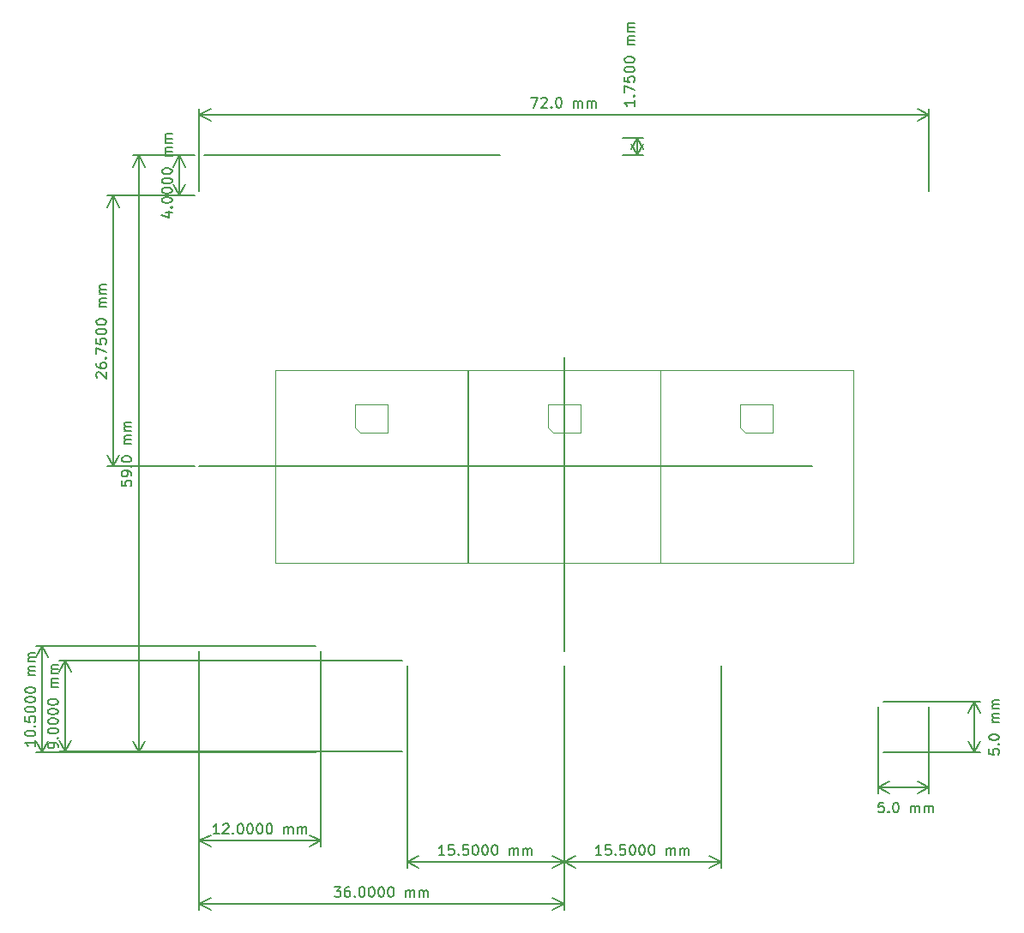
<source format=gbr>
%TF.GenerationSoftware,KiCad,Pcbnew,6.0.9+dfsg-1*%
%TF.CreationDate,2022-11-21T00:59:10-08:00*%
%TF.ProjectId,muon,6d756f6e-2e6b-4696-9361-645f70636258,v0.6*%
%TF.SameCoordinates,Original*%
%TF.FileFunction,OtherDrawing,Comment*%
%FSLAX45Y45*%
G04 Gerber Fmt 4.5, Leading zero omitted, Abs format (unit mm)*
G04 Created by KiCad (PCBNEW 6.0.9+dfsg-1) date 2022-11-21 00:59:10*
%MOMM*%
%LPD*%
G01*
G04 APERTURE LIST*
%ADD10C,0.200000*%
%ADD11C,0.150000*%
%ADD12C,0.120000*%
%ADD13C,0.100000*%
G04 APERTURE END LIST*
D10*
X15350000Y-7100000D02*
X15350000Y-10000000D01*
D11*
X14720000Y-5100000D02*
X11800000Y-5100000D01*
D10*
X11750000Y-8175000D02*
X17800000Y-8175000D01*
D11*
X19545238Y-10969048D02*
X19545238Y-11016667D01*
X19592857Y-11021429D01*
X19588095Y-11016667D01*
X19583333Y-11007143D01*
X19583333Y-10983333D01*
X19588095Y-10973810D01*
X19592857Y-10969048D01*
X19602381Y-10964286D01*
X19626190Y-10964286D01*
X19635714Y-10969048D01*
X19640476Y-10973810D01*
X19645238Y-10983333D01*
X19645238Y-11007143D01*
X19640476Y-11016667D01*
X19635714Y-11021429D01*
X19635714Y-10921429D02*
X19640476Y-10916667D01*
X19645238Y-10921429D01*
X19640476Y-10926190D01*
X19635714Y-10921429D01*
X19645238Y-10921429D01*
X19545238Y-10854762D02*
X19545238Y-10845238D01*
X19550000Y-10835714D01*
X19554762Y-10830952D01*
X19564286Y-10826190D01*
X19583333Y-10821429D01*
X19607143Y-10821429D01*
X19626190Y-10826190D01*
X19635714Y-10830952D01*
X19640476Y-10835714D01*
X19645238Y-10845238D01*
X19645238Y-10854762D01*
X19640476Y-10864286D01*
X19635714Y-10869048D01*
X19626190Y-10873810D01*
X19607143Y-10878571D01*
X19583333Y-10878571D01*
X19564286Y-10873810D01*
X19554762Y-10869048D01*
X19550000Y-10864286D01*
X19545238Y-10854762D01*
X19645238Y-10702381D02*
X19578571Y-10702381D01*
X19588095Y-10702381D02*
X19583333Y-10697619D01*
X19578571Y-10688095D01*
X19578571Y-10673810D01*
X19583333Y-10664286D01*
X19592857Y-10659524D01*
X19645238Y-10659524D01*
X19592857Y-10659524D02*
X19583333Y-10654762D01*
X19578571Y-10645238D01*
X19578571Y-10630952D01*
X19583333Y-10621429D01*
X19592857Y-10616667D01*
X19645238Y-10616667D01*
X19645238Y-10569048D02*
X19578571Y-10569048D01*
X19588095Y-10569048D02*
X19583333Y-10564286D01*
X19578571Y-10554762D01*
X19578571Y-10540476D01*
X19583333Y-10530952D01*
X19592857Y-10526190D01*
X19645238Y-10526190D01*
X19592857Y-10526190D02*
X19583333Y-10521429D01*
X19578571Y-10511905D01*
X19578571Y-10497619D01*
X19583333Y-10488095D01*
X19592857Y-10483333D01*
X19645238Y-10483333D01*
X18500000Y-10500000D02*
X19458642Y-10500000D01*
X18500000Y-11000000D02*
X19458642Y-11000000D01*
X19400000Y-10500000D02*
X19400000Y-11000000D01*
X19400000Y-10500000D02*
X19400000Y-11000000D01*
X19400000Y-10500000D02*
X19341358Y-10612650D01*
X19400000Y-10500000D02*
X19458642Y-10612650D01*
X19400000Y-11000000D02*
X19458642Y-10887350D01*
X19400000Y-11000000D02*
X19341358Y-10887350D01*
X10980238Y-8316667D02*
X10980238Y-8364286D01*
X11027857Y-8369048D01*
X11023095Y-8364286D01*
X11018333Y-8354762D01*
X11018333Y-8330952D01*
X11023095Y-8321428D01*
X11027857Y-8316667D01*
X11037381Y-8311905D01*
X11061191Y-8311905D01*
X11070714Y-8316667D01*
X11075476Y-8321428D01*
X11080238Y-8330952D01*
X11080238Y-8354762D01*
X11075476Y-8364286D01*
X11070714Y-8369048D01*
X11080238Y-8264286D02*
X11080238Y-8245238D01*
X11075476Y-8235714D01*
X11070714Y-8230952D01*
X11056429Y-8221428D01*
X11037381Y-8216667D01*
X10999286Y-8216667D01*
X10989762Y-8221428D01*
X10985000Y-8226190D01*
X10980238Y-8235714D01*
X10980238Y-8254762D01*
X10985000Y-8264286D01*
X10989762Y-8269048D01*
X10999286Y-8273809D01*
X11023095Y-8273809D01*
X11032619Y-8269048D01*
X11037381Y-8264286D01*
X11042143Y-8254762D01*
X11042143Y-8235714D01*
X11037381Y-8226190D01*
X11032619Y-8221428D01*
X11023095Y-8216667D01*
X11070714Y-8173809D02*
X11075476Y-8169048D01*
X11080238Y-8173809D01*
X11075476Y-8178571D01*
X11070714Y-8173809D01*
X11080238Y-8173809D01*
X10980238Y-8107143D02*
X10980238Y-8097619D01*
X10985000Y-8088095D01*
X10989762Y-8083333D01*
X10999286Y-8078571D01*
X11018333Y-8073809D01*
X11042143Y-8073809D01*
X11061191Y-8078571D01*
X11070714Y-8083333D01*
X11075476Y-8088095D01*
X11080238Y-8097619D01*
X11080238Y-8107143D01*
X11075476Y-8116667D01*
X11070714Y-8121428D01*
X11061191Y-8126190D01*
X11042143Y-8130952D01*
X11018333Y-8130952D01*
X10999286Y-8126190D01*
X10989762Y-8121428D01*
X10985000Y-8116667D01*
X10980238Y-8107143D01*
X11080238Y-7954762D02*
X11013572Y-7954762D01*
X11023095Y-7954762D02*
X11018333Y-7950000D01*
X11013572Y-7940476D01*
X11013572Y-7926190D01*
X11018333Y-7916667D01*
X11027857Y-7911905D01*
X11080238Y-7911905D01*
X11027857Y-7911905D02*
X11018333Y-7907143D01*
X11013572Y-7897619D01*
X11013572Y-7883333D01*
X11018333Y-7873809D01*
X11027857Y-7869048D01*
X11080238Y-7869048D01*
X11080238Y-7821428D02*
X11013572Y-7821428D01*
X11023095Y-7821428D02*
X11018333Y-7816667D01*
X11013572Y-7807143D01*
X11013572Y-7792857D01*
X11018333Y-7783333D01*
X11027857Y-7778571D01*
X11080238Y-7778571D01*
X11027857Y-7778571D02*
X11018333Y-7773809D01*
X11013572Y-7764286D01*
X11013572Y-7750000D01*
X11018333Y-7740476D01*
X11027857Y-7735714D01*
X11080238Y-7735714D01*
X11700000Y-5100000D02*
X11091358Y-5100000D01*
X11700000Y-11000000D02*
X11091358Y-11000000D01*
X11150000Y-5100000D02*
X11150000Y-11000000D01*
X11150000Y-5100000D02*
X11150000Y-11000000D01*
X11150000Y-5100000D02*
X11091358Y-5212650D01*
X11150000Y-5100000D02*
X11208642Y-5212650D01*
X11150000Y-11000000D02*
X11208642Y-10887350D01*
X11150000Y-11000000D02*
X11091358Y-10887350D01*
X13083333Y-12330238D02*
X13145238Y-12330238D01*
X13111905Y-12368333D01*
X13126190Y-12368333D01*
X13135714Y-12373095D01*
X13140476Y-12377857D01*
X13145238Y-12387381D01*
X13145238Y-12411190D01*
X13140476Y-12420714D01*
X13135714Y-12425476D01*
X13126190Y-12430238D01*
X13097619Y-12430238D01*
X13088095Y-12425476D01*
X13083333Y-12420714D01*
X13230952Y-12330238D02*
X13211905Y-12330238D01*
X13202381Y-12335000D01*
X13197619Y-12339762D01*
X13188095Y-12354048D01*
X13183333Y-12373095D01*
X13183333Y-12411190D01*
X13188095Y-12420714D01*
X13192857Y-12425476D01*
X13202381Y-12430238D01*
X13221428Y-12430238D01*
X13230952Y-12425476D01*
X13235714Y-12420714D01*
X13240476Y-12411190D01*
X13240476Y-12387381D01*
X13235714Y-12377857D01*
X13230952Y-12373095D01*
X13221428Y-12368333D01*
X13202381Y-12368333D01*
X13192857Y-12373095D01*
X13188095Y-12377857D01*
X13183333Y-12387381D01*
X13283333Y-12420714D02*
X13288095Y-12425476D01*
X13283333Y-12430238D01*
X13278571Y-12425476D01*
X13283333Y-12420714D01*
X13283333Y-12430238D01*
X13350000Y-12330238D02*
X13359524Y-12330238D01*
X13369048Y-12335000D01*
X13373809Y-12339762D01*
X13378571Y-12349286D01*
X13383333Y-12368333D01*
X13383333Y-12392143D01*
X13378571Y-12411190D01*
X13373809Y-12420714D01*
X13369048Y-12425476D01*
X13359524Y-12430238D01*
X13350000Y-12430238D01*
X13340476Y-12425476D01*
X13335714Y-12420714D01*
X13330952Y-12411190D01*
X13326190Y-12392143D01*
X13326190Y-12368333D01*
X13330952Y-12349286D01*
X13335714Y-12339762D01*
X13340476Y-12335000D01*
X13350000Y-12330238D01*
X13445238Y-12330238D02*
X13454762Y-12330238D01*
X13464286Y-12335000D01*
X13469048Y-12339762D01*
X13473809Y-12349286D01*
X13478571Y-12368333D01*
X13478571Y-12392143D01*
X13473809Y-12411190D01*
X13469048Y-12420714D01*
X13464286Y-12425476D01*
X13454762Y-12430238D01*
X13445238Y-12430238D01*
X13435714Y-12425476D01*
X13430952Y-12420714D01*
X13426190Y-12411190D01*
X13421428Y-12392143D01*
X13421428Y-12368333D01*
X13426190Y-12349286D01*
X13430952Y-12339762D01*
X13435714Y-12335000D01*
X13445238Y-12330238D01*
X13540476Y-12330238D02*
X13550000Y-12330238D01*
X13559524Y-12335000D01*
X13564286Y-12339762D01*
X13569048Y-12349286D01*
X13573809Y-12368333D01*
X13573809Y-12392143D01*
X13569048Y-12411190D01*
X13564286Y-12420714D01*
X13559524Y-12425476D01*
X13550000Y-12430238D01*
X13540476Y-12430238D01*
X13530952Y-12425476D01*
X13526190Y-12420714D01*
X13521428Y-12411190D01*
X13516667Y-12392143D01*
X13516667Y-12368333D01*
X13521428Y-12349286D01*
X13526190Y-12339762D01*
X13530952Y-12335000D01*
X13540476Y-12330238D01*
X13635714Y-12330238D02*
X13645238Y-12330238D01*
X13654762Y-12335000D01*
X13659524Y-12339762D01*
X13664286Y-12349286D01*
X13669048Y-12368333D01*
X13669048Y-12392143D01*
X13664286Y-12411190D01*
X13659524Y-12420714D01*
X13654762Y-12425476D01*
X13645238Y-12430238D01*
X13635714Y-12430238D01*
X13626190Y-12425476D01*
X13621428Y-12420714D01*
X13616667Y-12411190D01*
X13611905Y-12392143D01*
X13611905Y-12368333D01*
X13616667Y-12349286D01*
X13621428Y-12339762D01*
X13626190Y-12335000D01*
X13635714Y-12330238D01*
X13788095Y-12430238D02*
X13788095Y-12363571D01*
X13788095Y-12373095D02*
X13792857Y-12368333D01*
X13802381Y-12363571D01*
X13816667Y-12363571D01*
X13826190Y-12368333D01*
X13830952Y-12377857D01*
X13830952Y-12430238D01*
X13830952Y-12377857D02*
X13835714Y-12368333D01*
X13845238Y-12363571D01*
X13859524Y-12363571D01*
X13869048Y-12368333D01*
X13873809Y-12377857D01*
X13873809Y-12430238D01*
X13921428Y-12430238D02*
X13921428Y-12363571D01*
X13921428Y-12373095D02*
X13926190Y-12368333D01*
X13935714Y-12363571D01*
X13950000Y-12363571D01*
X13959524Y-12368333D01*
X13964286Y-12377857D01*
X13964286Y-12430238D01*
X13964286Y-12377857D02*
X13969048Y-12368333D01*
X13978571Y-12363571D01*
X13992857Y-12363571D01*
X14002381Y-12368333D01*
X14007143Y-12377857D01*
X14007143Y-12430238D01*
X15350000Y-11050000D02*
X15350000Y-12558642D01*
X11750000Y-11050000D02*
X11750000Y-12558642D01*
X15350000Y-12500000D02*
X11750000Y-12500000D01*
X15350000Y-12500000D02*
X11750000Y-12500000D01*
X15350000Y-12500000D02*
X15237350Y-12441358D01*
X15350000Y-12500000D02*
X15237350Y-12558642D01*
X11750000Y-12500000D02*
X11862650Y-12558642D01*
X11750000Y-12500000D02*
X11862650Y-12441358D01*
X11413571Y-5666667D02*
X11480238Y-5666667D01*
X11375476Y-5690476D02*
X11446905Y-5714286D01*
X11446905Y-5652381D01*
X11470714Y-5614286D02*
X11475476Y-5609524D01*
X11480238Y-5614286D01*
X11475476Y-5619048D01*
X11470714Y-5614286D01*
X11480238Y-5614286D01*
X11380238Y-5547619D02*
X11380238Y-5538095D01*
X11385000Y-5528571D01*
X11389762Y-5523810D01*
X11399286Y-5519048D01*
X11418333Y-5514286D01*
X11442143Y-5514286D01*
X11461190Y-5519048D01*
X11470714Y-5523810D01*
X11475476Y-5528571D01*
X11480238Y-5538095D01*
X11480238Y-5547619D01*
X11475476Y-5557143D01*
X11470714Y-5561905D01*
X11461190Y-5566667D01*
X11442143Y-5571429D01*
X11418333Y-5571429D01*
X11399286Y-5566667D01*
X11389762Y-5561905D01*
X11385000Y-5557143D01*
X11380238Y-5547619D01*
X11380238Y-5452381D02*
X11380238Y-5442857D01*
X11385000Y-5433333D01*
X11389762Y-5428571D01*
X11399286Y-5423810D01*
X11418333Y-5419048D01*
X11442143Y-5419048D01*
X11461190Y-5423810D01*
X11470714Y-5428571D01*
X11475476Y-5433333D01*
X11480238Y-5442857D01*
X11480238Y-5452381D01*
X11475476Y-5461905D01*
X11470714Y-5466667D01*
X11461190Y-5471429D01*
X11442143Y-5476190D01*
X11418333Y-5476190D01*
X11399286Y-5471429D01*
X11389762Y-5466667D01*
X11385000Y-5461905D01*
X11380238Y-5452381D01*
X11380238Y-5357143D02*
X11380238Y-5347619D01*
X11385000Y-5338095D01*
X11389762Y-5333333D01*
X11399286Y-5328571D01*
X11418333Y-5323810D01*
X11442143Y-5323810D01*
X11461190Y-5328571D01*
X11470714Y-5333333D01*
X11475476Y-5338095D01*
X11480238Y-5347619D01*
X11480238Y-5357143D01*
X11475476Y-5366667D01*
X11470714Y-5371429D01*
X11461190Y-5376190D01*
X11442143Y-5380952D01*
X11418333Y-5380952D01*
X11399286Y-5376190D01*
X11389762Y-5371429D01*
X11385000Y-5366667D01*
X11380238Y-5357143D01*
X11380238Y-5261905D02*
X11380238Y-5252381D01*
X11385000Y-5242857D01*
X11389762Y-5238095D01*
X11399286Y-5233333D01*
X11418333Y-5228571D01*
X11442143Y-5228571D01*
X11461190Y-5233333D01*
X11470714Y-5238095D01*
X11475476Y-5242857D01*
X11480238Y-5252381D01*
X11480238Y-5261905D01*
X11475476Y-5271429D01*
X11470714Y-5276190D01*
X11461190Y-5280952D01*
X11442143Y-5285714D01*
X11418333Y-5285714D01*
X11399286Y-5280952D01*
X11389762Y-5276190D01*
X11385000Y-5271429D01*
X11380238Y-5261905D01*
X11480238Y-5109524D02*
X11413571Y-5109524D01*
X11423095Y-5109524D02*
X11418333Y-5104762D01*
X11413571Y-5095238D01*
X11413571Y-5080952D01*
X11418333Y-5071429D01*
X11427857Y-5066667D01*
X11480238Y-5066667D01*
X11427857Y-5066667D02*
X11418333Y-5061905D01*
X11413571Y-5052381D01*
X11413571Y-5038095D01*
X11418333Y-5028571D01*
X11427857Y-5023810D01*
X11480238Y-5023810D01*
X11480238Y-4976190D02*
X11413571Y-4976190D01*
X11423095Y-4976190D02*
X11418333Y-4971429D01*
X11413571Y-4961905D01*
X11413571Y-4947619D01*
X11418333Y-4938095D01*
X11427857Y-4933333D01*
X11480238Y-4933333D01*
X11427857Y-4933333D02*
X11418333Y-4928571D01*
X11413571Y-4919048D01*
X11413571Y-4904762D01*
X11418333Y-4895238D01*
X11427857Y-4890476D01*
X11480238Y-4890476D01*
X11700000Y-5500000D02*
X11491358Y-5500000D01*
X11700000Y-5100000D02*
X11491358Y-5100000D01*
X11550000Y-5500000D02*
X11550000Y-5100000D01*
X11550000Y-5500000D02*
X11550000Y-5100000D01*
X11550000Y-5500000D02*
X11608642Y-5387350D01*
X11550000Y-5500000D02*
X11491358Y-5387350D01*
X11550000Y-5100000D02*
X11491358Y-5212650D01*
X11550000Y-5100000D02*
X11608642Y-5212650D01*
X15720238Y-12015238D02*
X15663095Y-12015238D01*
X15691667Y-12015238D02*
X15691667Y-11915238D01*
X15682143Y-11929524D01*
X15672619Y-11939048D01*
X15663095Y-11943809D01*
X15810714Y-11915238D02*
X15763095Y-11915238D01*
X15758333Y-11962857D01*
X15763095Y-11958095D01*
X15772619Y-11953333D01*
X15796428Y-11953333D01*
X15805952Y-11958095D01*
X15810714Y-11962857D01*
X15815476Y-11972381D01*
X15815476Y-11996190D01*
X15810714Y-12005714D01*
X15805952Y-12010476D01*
X15796428Y-12015238D01*
X15772619Y-12015238D01*
X15763095Y-12010476D01*
X15758333Y-12005714D01*
X15858333Y-12005714D02*
X15863095Y-12010476D01*
X15858333Y-12015238D01*
X15853571Y-12010476D01*
X15858333Y-12005714D01*
X15858333Y-12015238D01*
X15953571Y-11915238D02*
X15905952Y-11915238D01*
X15901190Y-11962857D01*
X15905952Y-11958095D01*
X15915476Y-11953333D01*
X15939286Y-11953333D01*
X15948809Y-11958095D01*
X15953571Y-11962857D01*
X15958333Y-11972381D01*
X15958333Y-11996190D01*
X15953571Y-12005714D01*
X15948809Y-12010476D01*
X15939286Y-12015238D01*
X15915476Y-12015238D01*
X15905952Y-12010476D01*
X15901190Y-12005714D01*
X16020238Y-11915238D02*
X16029762Y-11915238D01*
X16039286Y-11920000D01*
X16044048Y-11924762D01*
X16048809Y-11934286D01*
X16053571Y-11953333D01*
X16053571Y-11977143D01*
X16048809Y-11996190D01*
X16044048Y-12005714D01*
X16039286Y-12010476D01*
X16029762Y-12015238D01*
X16020238Y-12015238D01*
X16010714Y-12010476D01*
X16005952Y-12005714D01*
X16001190Y-11996190D01*
X15996428Y-11977143D01*
X15996428Y-11953333D01*
X16001190Y-11934286D01*
X16005952Y-11924762D01*
X16010714Y-11920000D01*
X16020238Y-11915238D01*
X16115476Y-11915238D02*
X16125000Y-11915238D01*
X16134524Y-11920000D01*
X16139286Y-11924762D01*
X16144048Y-11934286D01*
X16148809Y-11953333D01*
X16148809Y-11977143D01*
X16144048Y-11996190D01*
X16139286Y-12005714D01*
X16134524Y-12010476D01*
X16125000Y-12015238D01*
X16115476Y-12015238D01*
X16105952Y-12010476D01*
X16101190Y-12005714D01*
X16096428Y-11996190D01*
X16091667Y-11977143D01*
X16091667Y-11953333D01*
X16096428Y-11934286D01*
X16101190Y-11924762D01*
X16105952Y-11920000D01*
X16115476Y-11915238D01*
X16210714Y-11915238D02*
X16220238Y-11915238D01*
X16229762Y-11920000D01*
X16234524Y-11924762D01*
X16239286Y-11934286D01*
X16244048Y-11953333D01*
X16244048Y-11977143D01*
X16239286Y-11996190D01*
X16234524Y-12005714D01*
X16229762Y-12010476D01*
X16220238Y-12015238D01*
X16210714Y-12015238D01*
X16201190Y-12010476D01*
X16196428Y-12005714D01*
X16191667Y-11996190D01*
X16186905Y-11977143D01*
X16186905Y-11953333D01*
X16191667Y-11934286D01*
X16196428Y-11924762D01*
X16201190Y-11920000D01*
X16210714Y-11915238D01*
X16363095Y-12015238D02*
X16363095Y-11948571D01*
X16363095Y-11958095D02*
X16367857Y-11953333D01*
X16377381Y-11948571D01*
X16391667Y-11948571D01*
X16401190Y-11953333D01*
X16405952Y-11962857D01*
X16405952Y-12015238D01*
X16405952Y-11962857D02*
X16410714Y-11953333D01*
X16420238Y-11948571D01*
X16434524Y-11948571D01*
X16444048Y-11953333D01*
X16448809Y-11962857D01*
X16448809Y-12015238D01*
X16496428Y-12015238D02*
X16496428Y-11948571D01*
X16496428Y-11958095D02*
X16501190Y-11953333D01*
X16510714Y-11948571D01*
X16525000Y-11948571D01*
X16534524Y-11953333D01*
X16539286Y-11962857D01*
X16539286Y-12015238D01*
X16539286Y-11962857D02*
X16544048Y-11953333D01*
X16553571Y-11948571D01*
X16567857Y-11948571D01*
X16577381Y-11953333D01*
X16582143Y-11962857D01*
X16582143Y-12015238D01*
X15350000Y-10145000D02*
X15350000Y-12143642D01*
X16900000Y-10145000D02*
X16900000Y-12143642D01*
X15350000Y-12085000D02*
X16900000Y-12085000D01*
X15350000Y-12085000D02*
X16900000Y-12085000D01*
X15350000Y-12085000D02*
X15462650Y-12143642D01*
X15350000Y-12085000D02*
X15462650Y-12026358D01*
X16900000Y-12085000D02*
X16787350Y-12026358D01*
X16900000Y-12085000D02*
X16787350Y-12143642D01*
X16045238Y-4557143D02*
X16045238Y-4614286D01*
X16045238Y-4585714D02*
X15945238Y-4585714D01*
X15959524Y-4595238D01*
X15969048Y-4604762D01*
X15973809Y-4614286D01*
X16035714Y-4514286D02*
X16040476Y-4509524D01*
X16045238Y-4514286D01*
X16040476Y-4519048D01*
X16035714Y-4514286D01*
X16045238Y-4514286D01*
X15945238Y-4476190D02*
X15945238Y-4409524D01*
X16045238Y-4452381D01*
X15945238Y-4323810D02*
X15945238Y-4371429D01*
X15992857Y-4376190D01*
X15988095Y-4371429D01*
X15983333Y-4361905D01*
X15983333Y-4338095D01*
X15988095Y-4328571D01*
X15992857Y-4323810D01*
X16002381Y-4319048D01*
X16026190Y-4319048D01*
X16035714Y-4323810D01*
X16040476Y-4328571D01*
X16045238Y-4338095D01*
X16045238Y-4361905D01*
X16040476Y-4371429D01*
X16035714Y-4376190D01*
X15945238Y-4257143D02*
X15945238Y-4247619D01*
X15950000Y-4238095D01*
X15954762Y-4233333D01*
X15964286Y-4228571D01*
X15983333Y-4223810D01*
X16007143Y-4223810D01*
X16026190Y-4228571D01*
X16035714Y-4233333D01*
X16040476Y-4238095D01*
X16045238Y-4247619D01*
X16045238Y-4257143D01*
X16040476Y-4266667D01*
X16035714Y-4271429D01*
X16026190Y-4276190D01*
X16007143Y-4280952D01*
X15983333Y-4280952D01*
X15964286Y-4276190D01*
X15954762Y-4271429D01*
X15950000Y-4266667D01*
X15945238Y-4257143D01*
X15945238Y-4161905D02*
X15945238Y-4152381D01*
X15950000Y-4142857D01*
X15954762Y-4138095D01*
X15964286Y-4133333D01*
X15983333Y-4128571D01*
X16007143Y-4128571D01*
X16026190Y-4133333D01*
X16035714Y-4138095D01*
X16040476Y-4142857D01*
X16045238Y-4152381D01*
X16045238Y-4161905D01*
X16040476Y-4171428D01*
X16035714Y-4176190D01*
X16026190Y-4180952D01*
X16007143Y-4185714D01*
X15983333Y-4185714D01*
X15964286Y-4180952D01*
X15954762Y-4176190D01*
X15950000Y-4171428D01*
X15945238Y-4161905D01*
X16045238Y-4009524D02*
X15978571Y-4009524D01*
X15988095Y-4009524D02*
X15983333Y-4004762D01*
X15978571Y-3995238D01*
X15978571Y-3980952D01*
X15983333Y-3971428D01*
X15992857Y-3966667D01*
X16045238Y-3966667D01*
X15992857Y-3966667D02*
X15983333Y-3961905D01*
X15978571Y-3952381D01*
X15978571Y-3938095D01*
X15983333Y-3928571D01*
X15992857Y-3923809D01*
X16045238Y-3923809D01*
X16045238Y-3876190D02*
X15978571Y-3876190D01*
X15988095Y-3876190D02*
X15983333Y-3871428D01*
X15978571Y-3861905D01*
X15978571Y-3847619D01*
X15983333Y-3838095D01*
X15992857Y-3833333D01*
X16045238Y-3833333D01*
X15992857Y-3833333D02*
X15983333Y-3828571D01*
X15978571Y-3819048D01*
X15978571Y-3804762D01*
X15983333Y-3795238D01*
X15992857Y-3790476D01*
X16045238Y-3790476D01*
X15925000Y-4925000D02*
X16133642Y-4925000D01*
X15925000Y-5100000D02*
X16133642Y-5100000D01*
X16075000Y-4925000D02*
X16075000Y-5100000D01*
X16075000Y-4925000D02*
X16075000Y-5100000D01*
X16075000Y-4925000D02*
X16016358Y-5037650D01*
X16075000Y-4925000D02*
X16133642Y-5037650D01*
X16075000Y-5100000D02*
X16133642Y-4987350D01*
X16075000Y-5100000D02*
X16016358Y-4987350D01*
X18505952Y-11495238D02*
X18458333Y-11495238D01*
X18453571Y-11542857D01*
X18458333Y-11538095D01*
X18467857Y-11533333D01*
X18491667Y-11533333D01*
X18501190Y-11538095D01*
X18505952Y-11542857D01*
X18510714Y-11552381D01*
X18510714Y-11576190D01*
X18505952Y-11585714D01*
X18501190Y-11590476D01*
X18491667Y-11595238D01*
X18467857Y-11595238D01*
X18458333Y-11590476D01*
X18453571Y-11585714D01*
X18553571Y-11585714D02*
X18558333Y-11590476D01*
X18553571Y-11595238D01*
X18548810Y-11590476D01*
X18553571Y-11585714D01*
X18553571Y-11595238D01*
X18620238Y-11495238D02*
X18629762Y-11495238D01*
X18639286Y-11500000D01*
X18644048Y-11504762D01*
X18648810Y-11514286D01*
X18653571Y-11533333D01*
X18653571Y-11557143D01*
X18648810Y-11576190D01*
X18644048Y-11585714D01*
X18639286Y-11590476D01*
X18629762Y-11595238D01*
X18620238Y-11595238D01*
X18610714Y-11590476D01*
X18605952Y-11585714D01*
X18601190Y-11576190D01*
X18596429Y-11557143D01*
X18596429Y-11533333D01*
X18601190Y-11514286D01*
X18605952Y-11504762D01*
X18610714Y-11500000D01*
X18620238Y-11495238D01*
X18772619Y-11595238D02*
X18772619Y-11528571D01*
X18772619Y-11538095D02*
X18777381Y-11533333D01*
X18786905Y-11528571D01*
X18801190Y-11528571D01*
X18810714Y-11533333D01*
X18815476Y-11542857D01*
X18815476Y-11595238D01*
X18815476Y-11542857D02*
X18820238Y-11533333D01*
X18829762Y-11528571D01*
X18844048Y-11528571D01*
X18853571Y-11533333D01*
X18858333Y-11542857D01*
X18858333Y-11595238D01*
X18905952Y-11595238D02*
X18905952Y-11528571D01*
X18905952Y-11538095D02*
X18910714Y-11533333D01*
X18920238Y-11528571D01*
X18934524Y-11528571D01*
X18944048Y-11533333D01*
X18948810Y-11542857D01*
X18948810Y-11595238D01*
X18948810Y-11542857D02*
X18953571Y-11533333D01*
X18963095Y-11528571D01*
X18977381Y-11528571D01*
X18986905Y-11533333D01*
X18991667Y-11542857D01*
X18991667Y-11595238D01*
X18950000Y-10550000D02*
X18950000Y-11408642D01*
X18450000Y-10550000D02*
X18450000Y-11408642D01*
X18950000Y-11350000D02*
X18450000Y-11350000D01*
X18950000Y-11350000D02*
X18450000Y-11350000D01*
X18950000Y-11350000D02*
X18837350Y-11291358D01*
X18950000Y-11350000D02*
X18837350Y-11408642D01*
X18450000Y-11350000D02*
X18562650Y-11408642D01*
X18450000Y-11350000D02*
X18562650Y-11291358D01*
X10130238Y-10879762D02*
X10130238Y-10936905D01*
X10130238Y-10908333D02*
X10030238Y-10908333D01*
X10044524Y-10917857D01*
X10054048Y-10927381D01*
X10058810Y-10936905D01*
X10030238Y-10817857D02*
X10030238Y-10808333D01*
X10035000Y-10798810D01*
X10039762Y-10794048D01*
X10049286Y-10789286D01*
X10068333Y-10784524D01*
X10092143Y-10784524D01*
X10111190Y-10789286D01*
X10120714Y-10794048D01*
X10125476Y-10798810D01*
X10130238Y-10808333D01*
X10130238Y-10817857D01*
X10125476Y-10827381D01*
X10120714Y-10832143D01*
X10111190Y-10836905D01*
X10092143Y-10841667D01*
X10068333Y-10841667D01*
X10049286Y-10836905D01*
X10039762Y-10832143D01*
X10035000Y-10827381D01*
X10030238Y-10817857D01*
X10120714Y-10741667D02*
X10125476Y-10736905D01*
X10130238Y-10741667D01*
X10125476Y-10746429D01*
X10120714Y-10741667D01*
X10130238Y-10741667D01*
X10030238Y-10646429D02*
X10030238Y-10694048D01*
X10077857Y-10698810D01*
X10073095Y-10694048D01*
X10068333Y-10684524D01*
X10068333Y-10660714D01*
X10073095Y-10651190D01*
X10077857Y-10646429D01*
X10087381Y-10641667D01*
X10111190Y-10641667D01*
X10120714Y-10646429D01*
X10125476Y-10651190D01*
X10130238Y-10660714D01*
X10130238Y-10684524D01*
X10125476Y-10694048D01*
X10120714Y-10698810D01*
X10030238Y-10579762D02*
X10030238Y-10570238D01*
X10035000Y-10560714D01*
X10039762Y-10555952D01*
X10049286Y-10551190D01*
X10068333Y-10546429D01*
X10092143Y-10546429D01*
X10111190Y-10551190D01*
X10120714Y-10555952D01*
X10125476Y-10560714D01*
X10130238Y-10570238D01*
X10130238Y-10579762D01*
X10125476Y-10589286D01*
X10120714Y-10594048D01*
X10111190Y-10598810D01*
X10092143Y-10603571D01*
X10068333Y-10603571D01*
X10049286Y-10598810D01*
X10039762Y-10594048D01*
X10035000Y-10589286D01*
X10030238Y-10579762D01*
X10030238Y-10484524D02*
X10030238Y-10475000D01*
X10035000Y-10465476D01*
X10039762Y-10460714D01*
X10049286Y-10455952D01*
X10068333Y-10451190D01*
X10092143Y-10451190D01*
X10111190Y-10455952D01*
X10120714Y-10460714D01*
X10125476Y-10465476D01*
X10130238Y-10475000D01*
X10130238Y-10484524D01*
X10125476Y-10494048D01*
X10120714Y-10498810D01*
X10111190Y-10503571D01*
X10092143Y-10508333D01*
X10068333Y-10508333D01*
X10049286Y-10503571D01*
X10039762Y-10498810D01*
X10035000Y-10494048D01*
X10030238Y-10484524D01*
X10030238Y-10389286D02*
X10030238Y-10379762D01*
X10035000Y-10370238D01*
X10039762Y-10365476D01*
X10049286Y-10360714D01*
X10068333Y-10355952D01*
X10092143Y-10355952D01*
X10111190Y-10360714D01*
X10120714Y-10365476D01*
X10125476Y-10370238D01*
X10130238Y-10379762D01*
X10130238Y-10389286D01*
X10125476Y-10398810D01*
X10120714Y-10403571D01*
X10111190Y-10408333D01*
X10092143Y-10413095D01*
X10068333Y-10413095D01*
X10049286Y-10408333D01*
X10039762Y-10403571D01*
X10035000Y-10398810D01*
X10030238Y-10389286D01*
X10130238Y-10236905D02*
X10063571Y-10236905D01*
X10073095Y-10236905D02*
X10068333Y-10232143D01*
X10063571Y-10222619D01*
X10063571Y-10208333D01*
X10068333Y-10198810D01*
X10077857Y-10194048D01*
X10130238Y-10194048D01*
X10077857Y-10194048D02*
X10068333Y-10189286D01*
X10063571Y-10179762D01*
X10063571Y-10165476D01*
X10068333Y-10155952D01*
X10077857Y-10151190D01*
X10130238Y-10151190D01*
X10130238Y-10103571D02*
X10063571Y-10103571D01*
X10073095Y-10103571D02*
X10068333Y-10098810D01*
X10063571Y-10089286D01*
X10063571Y-10075000D01*
X10068333Y-10065476D01*
X10077857Y-10060714D01*
X10130238Y-10060714D01*
X10077857Y-10060714D02*
X10068333Y-10055952D01*
X10063571Y-10046429D01*
X10063571Y-10032143D01*
X10068333Y-10022619D01*
X10077857Y-10017857D01*
X10130238Y-10017857D01*
X12900000Y-9950000D02*
X10141358Y-9950000D01*
X12900000Y-11000000D02*
X10141358Y-11000000D01*
X10200000Y-9950000D02*
X10200000Y-11000000D01*
X10200000Y-9950000D02*
X10200000Y-11000000D01*
X10200000Y-9950000D02*
X10141358Y-10062650D01*
X10200000Y-9950000D02*
X10258642Y-10062650D01*
X10200000Y-11000000D02*
X10258642Y-10887350D01*
X10200000Y-11000000D02*
X10141358Y-10887350D01*
X15026190Y-4530238D02*
X15092857Y-4530238D01*
X15050000Y-4630238D01*
X15126190Y-4539762D02*
X15130952Y-4535000D01*
X15140476Y-4530238D01*
X15164286Y-4530238D01*
X15173809Y-4535000D01*
X15178571Y-4539762D01*
X15183333Y-4549286D01*
X15183333Y-4558810D01*
X15178571Y-4573095D01*
X15121428Y-4630238D01*
X15183333Y-4630238D01*
X15226190Y-4620714D02*
X15230952Y-4625476D01*
X15226190Y-4630238D01*
X15221428Y-4625476D01*
X15226190Y-4620714D01*
X15226190Y-4630238D01*
X15292857Y-4530238D02*
X15302381Y-4530238D01*
X15311905Y-4535000D01*
X15316667Y-4539762D01*
X15321428Y-4549286D01*
X15326190Y-4568333D01*
X15326190Y-4592143D01*
X15321428Y-4611191D01*
X15316667Y-4620714D01*
X15311905Y-4625476D01*
X15302381Y-4630238D01*
X15292857Y-4630238D01*
X15283333Y-4625476D01*
X15278571Y-4620714D01*
X15273809Y-4611191D01*
X15269048Y-4592143D01*
X15269048Y-4568333D01*
X15273809Y-4549286D01*
X15278571Y-4539762D01*
X15283333Y-4535000D01*
X15292857Y-4530238D01*
X15445238Y-4630238D02*
X15445238Y-4563572D01*
X15445238Y-4573095D02*
X15450000Y-4568333D01*
X15459524Y-4563572D01*
X15473809Y-4563572D01*
X15483333Y-4568333D01*
X15488095Y-4577857D01*
X15488095Y-4630238D01*
X15488095Y-4577857D02*
X15492857Y-4568333D01*
X15502381Y-4563572D01*
X15516667Y-4563572D01*
X15526190Y-4568333D01*
X15530952Y-4577857D01*
X15530952Y-4630238D01*
X15578571Y-4630238D02*
X15578571Y-4563572D01*
X15578571Y-4573095D02*
X15583333Y-4568333D01*
X15592857Y-4563572D01*
X15607143Y-4563572D01*
X15616667Y-4568333D01*
X15621428Y-4577857D01*
X15621428Y-4630238D01*
X15621428Y-4577857D02*
X15626190Y-4568333D01*
X15635714Y-4563572D01*
X15650000Y-4563572D01*
X15659524Y-4568333D01*
X15664286Y-4577857D01*
X15664286Y-4630238D01*
X18950000Y-5450000D02*
X18950000Y-4641358D01*
X11750000Y-5450000D02*
X11750000Y-4641358D01*
X18950000Y-4700000D02*
X11750000Y-4700000D01*
X18950000Y-4700000D02*
X11750000Y-4700000D01*
X18950000Y-4700000D02*
X18837350Y-4641358D01*
X18950000Y-4700000D02*
X18837350Y-4758642D01*
X11750000Y-4700000D02*
X11862650Y-4758642D01*
X11750000Y-4700000D02*
X11862650Y-4641358D01*
X10739762Y-7299405D02*
X10735000Y-7294643D01*
X10730238Y-7285119D01*
X10730238Y-7261309D01*
X10735000Y-7251786D01*
X10739762Y-7247024D01*
X10749286Y-7242262D01*
X10758810Y-7242262D01*
X10773095Y-7247024D01*
X10830238Y-7304167D01*
X10830238Y-7242262D01*
X10730238Y-7156548D02*
X10730238Y-7175595D01*
X10735000Y-7185119D01*
X10739762Y-7189881D01*
X10754048Y-7199405D01*
X10773095Y-7204167D01*
X10811190Y-7204167D01*
X10820714Y-7199405D01*
X10825476Y-7194643D01*
X10830238Y-7185119D01*
X10830238Y-7166071D01*
X10825476Y-7156548D01*
X10820714Y-7151786D01*
X10811190Y-7147024D01*
X10787381Y-7147024D01*
X10777857Y-7151786D01*
X10773095Y-7156548D01*
X10768333Y-7166071D01*
X10768333Y-7185119D01*
X10773095Y-7194643D01*
X10777857Y-7199405D01*
X10787381Y-7204167D01*
X10820714Y-7104167D02*
X10825476Y-7099405D01*
X10830238Y-7104167D01*
X10825476Y-7108928D01*
X10820714Y-7104167D01*
X10830238Y-7104167D01*
X10730238Y-7066071D02*
X10730238Y-6999405D01*
X10830238Y-7042262D01*
X10730238Y-6913690D02*
X10730238Y-6961309D01*
X10777857Y-6966071D01*
X10773095Y-6961309D01*
X10768333Y-6951786D01*
X10768333Y-6927976D01*
X10773095Y-6918452D01*
X10777857Y-6913690D01*
X10787381Y-6908928D01*
X10811190Y-6908928D01*
X10820714Y-6913690D01*
X10825476Y-6918452D01*
X10830238Y-6927976D01*
X10830238Y-6951786D01*
X10825476Y-6961309D01*
X10820714Y-6966071D01*
X10730238Y-6847024D02*
X10730238Y-6837500D01*
X10735000Y-6827976D01*
X10739762Y-6823214D01*
X10749286Y-6818452D01*
X10768333Y-6813690D01*
X10792143Y-6813690D01*
X10811190Y-6818452D01*
X10820714Y-6823214D01*
X10825476Y-6827976D01*
X10830238Y-6837500D01*
X10830238Y-6847024D01*
X10825476Y-6856548D01*
X10820714Y-6861309D01*
X10811190Y-6866071D01*
X10792143Y-6870833D01*
X10768333Y-6870833D01*
X10749286Y-6866071D01*
X10739762Y-6861309D01*
X10735000Y-6856548D01*
X10730238Y-6847024D01*
X10730238Y-6751786D02*
X10730238Y-6742262D01*
X10735000Y-6732738D01*
X10739762Y-6727976D01*
X10749286Y-6723214D01*
X10768333Y-6718452D01*
X10792143Y-6718452D01*
X10811190Y-6723214D01*
X10820714Y-6727976D01*
X10825476Y-6732738D01*
X10830238Y-6742262D01*
X10830238Y-6751786D01*
X10825476Y-6761309D01*
X10820714Y-6766071D01*
X10811190Y-6770833D01*
X10792143Y-6775595D01*
X10768333Y-6775595D01*
X10749286Y-6770833D01*
X10739762Y-6766071D01*
X10735000Y-6761309D01*
X10730238Y-6751786D01*
X10830238Y-6599405D02*
X10763571Y-6599405D01*
X10773095Y-6599405D02*
X10768333Y-6594643D01*
X10763571Y-6585119D01*
X10763571Y-6570833D01*
X10768333Y-6561309D01*
X10777857Y-6556548D01*
X10830238Y-6556548D01*
X10777857Y-6556548D02*
X10768333Y-6551786D01*
X10763571Y-6542262D01*
X10763571Y-6527976D01*
X10768333Y-6518452D01*
X10777857Y-6513690D01*
X10830238Y-6513690D01*
X10830238Y-6466071D02*
X10763571Y-6466071D01*
X10773095Y-6466071D02*
X10768333Y-6461309D01*
X10763571Y-6451786D01*
X10763571Y-6437500D01*
X10768333Y-6427976D01*
X10777857Y-6423214D01*
X10830238Y-6423214D01*
X10777857Y-6423214D02*
X10768333Y-6418452D01*
X10763571Y-6408928D01*
X10763571Y-6394643D01*
X10768333Y-6385119D01*
X10777857Y-6380357D01*
X10830238Y-6380357D01*
X11700000Y-8175000D02*
X10841358Y-8175000D01*
X11700000Y-5500000D02*
X10841358Y-5500000D01*
X10900000Y-8175000D02*
X10900000Y-5500000D01*
X10900000Y-8175000D02*
X10900000Y-5500000D01*
X10900000Y-8175000D02*
X10958642Y-8062350D01*
X10900000Y-8175000D02*
X10841358Y-8062350D01*
X10900000Y-5500000D02*
X10841358Y-5612650D01*
X10900000Y-5500000D02*
X10958642Y-5612650D01*
X10355238Y-10949762D02*
X10355238Y-10930714D01*
X10350476Y-10921190D01*
X10345714Y-10916429D01*
X10331429Y-10906905D01*
X10312381Y-10902143D01*
X10274286Y-10902143D01*
X10264762Y-10906905D01*
X10260000Y-10911667D01*
X10255238Y-10921190D01*
X10255238Y-10940238D01*
X10260000Y-10949762D01*
X10264762Y-10954524D01*
X10274286Y-10959286D01*
X10298095Y-10959286D01*
X10307619Y-10954524D01*
X10312381Y-10949762D01*
X10317143Y-10940238D01*
X10317143Y-10921190D01*
X10312381Y-10911667D01*
X10307619Y-10906905D01*
X10298095Y-10902143D01*
X10345714Y-10859286D02*
X10350476Y-10854524D01*
X10355238Y-10859286D01*
X10350476Y-10864048D01*
X10345714Y-10859286D01*
X10355238Y-10859286D01*
X10255238Y-10792619D02*
X10255238Y-10783095D01*
X10260000Y-10773571D01*
X10264762Y-10768810D01*
X10274286Y-10764048D01*
X10293333Y-10759286D01*
X10317143Y-10759286D01*
X10336190Y-10764048D01*
X10345714Y-10768810D01*
X10350476Y-10773571D01*
X10355238Y-10783095D01*
X10355238Y-10792619D01*
X10350476Y-10802143D01*
X10345714Y-10806905D01*
X10336190Y-10811667D01*
X10317143Y-10816429D01*
X10293333Y-10816429D01*
X10274286Y-10811667D01*
X10264762Y-10806905D01*
X10260000Y-10802143D01*
X10255238Y-10792619D01*
X10255238Y-10697381D02*
X10255238Y-10687857D01*
X10260000Y-10678333D01*
X10264762Y-10673571D01*
X10274286Y-10668810D01*
X10293333Y-10664048D01*
X10317143Y-10664048D01*
X10336190Y-10668810D01*
X10345714Y-10673571D01*
X10350476Y-10678333D01*
X10355238Y-10687857D01*
X10355238Y-10697381D01*
X10350476Y-10706905D01*
X10345714Y-10711667D01*
X10336190Y-10716429D01*
X10317143Y-10721190D01*
X10293333Y-10721190D01*
X10274286Y-10716429D01*
X10264762Y-10711667D01*
X10260000Y-10706905D01*
X10255238Y-10697381D01*
X10255238Y-10602143D02*
X10255238Y-10592619D01*
X10260000Y-10583095D01*
X10264762Y-10578333D01*
X10274286Y-10573571D01*
X10293333Y-10568810D01*
X10317143Y-10568810D01*
X10336190Y-10573571D01*
X10345714Y-10578333D01*
X10350476Y-10583095D01*
X10355238Y-10592619D01*
X10355238Y-10602143D01*
X10350476Y-10611667D01*
X10345714Y-10616429D01*
X10336190Y-10621190D01*
X10317143Y-10625952D01*
X10293333Y-10625952D01*
X10274286Y-10621190D01*
X10264762Y-10616429D01*
X10260000Y-10611667D01*
X10255238Y-10602143D01*
X10255238Y-10506905D02*
X10255238Y-10497381D01*
X10260000Y-10487857D01*
X10264762Y-10483095D01*
X10274286Y-10478333D01*
X10293333Y-10473571D01*
X10317143Y-10473571D01*
X10336190Y-10478333D01*
X10345714Y-10483095D01*
X10350476Y-10487857D01*
X10355238Y-10497381D01*
X10355238Y-10506905D01*
X10350476Y-10516429D01*
X10345714Y-10521190D01*
X10336190Y-10525952D01*
X10317143Y-10530714D01*
X10293333Y-10530714D01*
X10274286Y-10525952D01*
X10264762Y-10521190D01*
X10260000Y-10516429D01*
X10255238Y-10506905D01*
X10355238Y-10354524D02*
X10288571Y-10354524D01*
X10298095Y-10354524D02*
X10293333Y-10349762D01*
X10288571Y-10340238D01*
X10288571Y-10325952D01*
X10293333Y-10316429D01*
X10302857Y-10311667D01*
X10355238Y-10311667D01*
X10302857Y-10311667D02*
X10293333Y-10306905D01*
X10288571Y-10297381D01*
X10288571Y-10283095D01*
X10293333Y-10273571D01*
X10302857Y-10268810D01*
X10355238Y-10268810D01*
X10355238Y-10221190D02*
X10288571Y-10221190D01*
X10298095Y-10221190D02*
X10293333Y-10216429D01*
X10288571Y-10206905D01*
X10288571Y-10192619D01*
X10293333Y-10183095D01*
X10302857Y-10178333D01*
X10355238Y-10178333D01*
X10302857Y-10178333D02*
X10293333Y-10173571D01*
X10288571Y-10164048D01*
X10288571Y-10149762D01*
X10293333Y-10140238D01*
X10302857Y-10135476D01*
X10355238Y-10135476D01*
X13750000Y-10095000D02*
X10366358Y-10095000D01*
X13750000Y-10995000D02*
X10366358Y-10995000D01*
X10425000Y-10095000D02*
X10425000Y-10995000D01*
X10425000Y-10095000D02*
X10425000Y-10995000D01*
X10425000Y-10095000D02*
X10366358Y-10207650D01*
X10425000Y-10095000D02*
X10483642Y-10207650D01*
X10425000Y-10995000D02*
X10483642Y-10882350D01*
X10425000Y-10995000D02*
X10366358Y-10882350D01*
X11945238Y-11805238D02*
X11888095Y-11805238D01*
X11916667Y-11805238D02*
X11916667Y-11705238D01*
X11907143Y-11719524D01*
X11897619Y-11729048D01*
X11888095Y-11733809D01*
X11983333Y-11714762D02*
X11988095Y-11710000D01*
X11997619Y-11705238D01*
X12021428Y-11705238D01*
X12030952Y-11710000D01*
X12035714Y-11714762D01*
X12040476Y-11724286D01*
X12040476Y-11733809D01*
X12035714Y-11748095D01*
X11978571Y-11805238D01*
X12040476Y-11805238D01*
X12083333Y-11795714D02*
X12088095Y-11800476D01*
X12083333Y-11805238D01*
X12078571Y-11800476D01*
X12083333Y-11795714D01*
X12083333Y-11805238D01*
X12150000Y-11705238D02*
X12159524Y-11705238D01*
X12169048Y-11710000D01*
X12173809Y-11714762D01*
X12178571Y-11724286D01*
X12183333Y-11743333D01*
X12183333Y-11767143D01*
X12178571Y-11786190D01*
X12173809Y-11795714D01*
X12169048Y-11800476D01*
X12159524Y-11805238D01*
X12150000Y-11805238D01*
X12140476Y-11800476D01*
X12135714Y-11795714D01*
X12130952Y-11786190D01*
X12126190Y-11767143D01*
X12126190Y-11743333D01*
X12130952Y-11724286D01*
X12135714Y-11714762D01*
X12140476Y-11710000D01*
X12150000Y-11705238D01*
X12245238Y-11705238D02*
X12254762Y-11705238D01*
X12264286Y-11710000D01*
X12269048Y-11714762D01*
X12273809Y-11724286D01*
X12278571Y-11743333D01*
X12278571Y-11767143D01*
X12273809Y-11786190D01*
X12269048Y-11795714D01*
X12264286Y-11800476D01*
X12254762Y-11805238D01*
X12245238Y-11805238D01*
X12235714Y-11800476D01*
X12230952Y-11795714D01*
X12226190Y-11786190D01*
X12221428Y-11767143D01*
X12221428Y-11743333D01*
X12226190Y-11724286D01*
X12230952Y-11714762D01*
X12235714Y-11710000D01*
X12245238Y-11705238D01*
X12340476Y-11705238D02*
X12350000Y-11705238D01*
X12359524Y-11710000D01*
X12364286Y-11714762D01*
X12369048Y-11724286D01*
X12373809Y-11743333D01*
X12373809Y-11767143D01*
X12369048Y-11786190D01*
X12364286Y-11795714D01*
X12359524Y-11800476D01*
X12350000Y-11805238D01*
X12340476Y-11805238D01*
X12330952Y-11800476D01*
X12326190Y-11795714D01*
X12321428Y-11786190D01*
X12316667Y-11767143D01*
X12316667Y-11743333D01*
X12321428Y-11724286D01*
X12326190Y-11714762D01*
X12330952Y-11710000D01*
X12340476Y-11705238D01*
X12435714Y-11705238D02*
X12445238Y-11705238D01*
X12454762Y-11710000D01*
X12459524Y-11714762D01*
X12464286Y-11724286D01*
X12469048Y-11743333D01*
X12469048Y-11767143D01*
X12464286Y-11786190D01*
X12459524Y-11795714D01*
X12454762Y-11800476D01*
X12445238Y-11805238D01*
X12435714Y-11805238D01*
X12426190Y-11800476D01*
X12421428Y-11795714D01*
X12416667Y-11786190D01*
X12411905Y-11767143D01*
X12411905Y-11743333D01*
X12416667Y-11724286D01*
X12421428Y-11714762D01*
X12426190Y-11710000D01*
X12435714Y-11705238D01*
X12588095Y-11805238D02*
X12588095Y-11738571D01*
X12588095Y-11748095D02*
X12592857Y-11743333D01*
X12602381Y-11738571D01*
X12616667Y-11738571D01*
X12626190Y-11743333D01*
X12630952Y-11752857D01*
X12630952Y-11805238D01*
X12630952Y-11752857D02*
X12635714Y-11743333D01*
X12645238Y-11738571D01*
X12659524Y-11738571D01*
X12669048Y-11743333D01*
X12673809Y-11752857D01*
X12673809Y-11805238D01*
X12721428Y-11805238D02*
X12721428Y-11738571D01*
X12721428Y-11748095D02*
X12726190Y-11743333D01*
X12735714Y-11738571D01*
X12750000Y-11738571D01*
X12759524Y-11743333D01*
X12764286Y-11752857D01*
X12764286Y-11805238D01*
X12764286Y-11752857D02*
X12769048Y-11743333D01*
X12778571Y-11738571D01*
X12792857Y-11738571D01*
X12802381Y-11743333D01*
X12807143Y-11752857D01*
X12807143Y-11805238D01*
X12950000Y-10000000D02*
X12950000Y-11933642D01*
X11750000Y-10000000D02*
X11750000Y-11933642D01*
X12950000Y-11875000D02*
X11750000Y-11875000D01*
X12950000Y-11875000D02*
X11750000Y-11875000D01*
X12950000Y-11875000D02*
X12837350Y-11816358D01*
X12950000Y-11875000D02*
X12837350Y-11933642D01*
X11750000Y-11875000D02*
X11862650Y-11933642D01*
X11750000Y-11875000D02*
X11862650Y-11816358D01*
X14170238Y-12015238D02*
X14113095Y-12015238D01*
X14141667Y-12015238D02*
X14141667Y-11915238D01*
X14132143Y-11929524D01*
X14122619Y-11939048D01*
X14113095Y-11943809D01*
X14260714Y-11915238D02*
X14213095Y-11915238D01*
X14208333Y-11962857D01*
X14213095Y-11958095D01*
X14222619Y-11953333D01*
X14246428Y-11953333D01*
X14255952Y-11958095D01*
X14260714Y-11962857D01*
X14265476Y-11972381D01*
X14265476Y-11996190D01*
X14260714Y-12005714D01*
X14255952Y-12010476D01*
X14246428Y-12015238D01*
X14222619Y-12015238D01*
X14213095Y-12010476D01*
X14208333Y-12005714D01*
X14308333Y-12005714D02*
X14313095Y-12010476D01*
X14308333Y-12015238D01*
X14303571Y-12010476D01*
X14308333Y-12005714D01*
X14308333Y-12015238D01*
X14403571Y-11915238D02*
X14355952Y-11915238D01*
X14351190Y-11962857D01*
X14355952Y-11958095D01*
X14365476Y-11953333D01*
X14389286Y-11953333D01*
X14398809Y-11958095D01*
X14403571Y-11962857D01*
X14408333Y-11972381D01*
X14408333Y-11996190D01*
X14403571Y-12005714D01*
X14398809Y-12010476D01*
X14389286Y-12015238D01*
X14365476Y-12015238D01*
X14355952Y-12010476D01*
X14351190Y-12005714D01*
X14470238Y-11915238D02*
X14479762Y-11915238D01*
X14489286Y-11920000D01*
X14494048Y-11924762D01*
X14498809Y-11934286D01*
X14503571Y-11953333D01*
X14503571Y-11977143D01*
X14498809Y-11996190D01*
X14494048Y-12005714D01*
X14489286Y-12010476D01*
X14479762Y-12015238D01*
X14470238Y-12015238D01*
X14460714Y-12010476D01*
X14455952Y-12005714D01*
X14451190Y-11996190D01*
X14446428Y-11977143D01*
X14446428Y-11953333D01*
X14451190Y-11934286D01*
X14455952Y-11924762D01*
X14460714Y-11920000D01*
X14470238Y-11915238D01*
X14565476Y-11915238D02*
X14575000Y-11915238D01*
X14584524Y-11920000D01*
X14589286Y-11924762D01*
X14594048Y-11934286D01*
X14598809Y-11953333D01*
X14598809Y-11977143D01*
X14594048Y-11996190D01*
X14589286Y-12005714D01*
X14584524Y-12010476D01*
X14575000Y-12015238D01*
X14565476Y-12015238D01*
X14555952Y-12010476D01*
X14551190Y-12005714D01*
X14546428Y-11996190D01*
X14541667Y-11977143D01*
X14541667Y-11953333D01*
X14546428Y-11934286D01*
X14551190Y-11924762D01*
X14555952Y-11920000D01*
X14565476Y-11915238D01*
X14660714Y-11915238D02*
X14670238Y-11915238D01*
X14679762Y-11920000D01*
X14684524Y-11924762D01*
X14689286Y-11934286D01*
X14694048Y-11953333D01*
X14694048Y-11977143D01*
X14689286Y-11996190D01*
X14684524Y-12005714D01*
X14679762Y-12010476D01*
X14670238Y-12015238D01*
X14660714Y-12015238D01*
X14651190Y-12010476D01*
X14646428Y-12005714D01*
X14641667Y-11996190D01*
X14636905Y-11977143D01*
X14636905Y-11953333D01*
X14641667Y-11934286D01*
X14646428Y-11924762D01*
X14651190Y-11920000D01*
X14660714Y-11915238D01*
X14813095Y-12015238D02*
X14813095Y-11948571D01*
X14813095Y-11958095D02*
X14817857Y-11953333D01*
X14827381Y-11948571D01*
X14841667Y-11948571D01*
X14851190Y-11953333D01*
X14855952Y-11962857D01*
X14855952Y-12015238D01*
X14855952Y-11962857D02*
X14860714Y-11953333D01*
X14870238Y-11948571D01*
X14884524Y-11948571D01*
X14894048Y-11953333D01*
X14898809Y-11962857D01*
X14898809Y-12015238D01*
X14946428Y-12015238D02*
X14946428Y-11948571D01*
X14946428Y-11958095D02*
X14951190Y-11953333D01*
X14960714Y-11948571D01*
X14975000Y-11948571D01*
X14984524Y-11953333D01*
X14989286Y-11962857D01*
X14989286Y-12015238D01*
X14989286Y-11962857D02*
X14994048Y-11953333D01*
X15003571Y-11948571D01*
X15017857Y-11948571D01*
X15027381Y-11953333D01*
X15032143Y-11962857D01*
X15032143Y-12015238D01*
X13800000Y-10145000D02*
X13800000Y-12143642D01*
X15350000Y-10145000D02*
X15350000Y-12143642D01*
X13800000Y-12085000D02*
X15350000Y-12085000D01*
X13800000Y-12085000D02*
X15350000Y-12085000D01*
X13800000Y-12085000D02*
X13912650Y-12143642D01*
X13800000Y-12085000D02*
X13912650Y-12026358D01*
X15350000Y-12085000D02*
X15237350Y-12026358D01*
X15350000Y-12085000D02*
X15237350Y-12143642D01*
D12*
%TO.C,LED2*%
X15510000Y-7840000D02*
X15240000Y-7840000D01*
X15190000Y-7790000D02*
X15240000Y-7840000D01*
X15190000Y-7560000D02*
X15510000Y-7560000D01*
X15510000Y-7560000D02*
X15510000Y-7840000D01*
X15190000Y-7790000D02*
X15190000Y-7560000D01*
%TO.C,LED1*%
X13290000Y-7560000D02*
X13610000Y-7560000D01*
X13610000Y-7840000D02*
X13340000Y-7840000D01*
X13290000Y-7790000D02*
X13290000Y-7560000D01*
X13290000Y-7790000D02*
X13340000Y-7840000D01*
X13610000Y-7560000D02*
X13610000Y-7840000D01*
%TO.C,LED3*%
X17410000Y-7840000D02*
X17140000Y-7840000D01*
X17410000Y-7560000D02*
X17410000Y-7840000D01*
X17090000Y-7560000D02*
X17410000Y-7560000D01*
X17090000Y-7790000D02*
X17140000Y-7840000D01*
X17090000Y-7790000D02*
X17090000Y-7560000D01*
D13*
%TO.C,SW2*%
X16302500Y-7222500D02*
X16302500Y-9127500D01*
X14397500Y-7222500D02*
X16302500Y-7222500D01*
X14397500Y-9127500D02*
X14397500Y-7222500D01*
X16302500Y-9127500D02*
X14397500Y-9127500D01*
%TO.C,SW7*%
X18207500Y-9127500D02*
X16302500Y-9127500D01*
X16302500Y-9127500D02*
X16302500Y-7222500D01*
X18207500Y-7222500D02*
X18207500Y-9127500D01*
X16302500Y-7222500D02*
X18207500Y-7222500D01*
%TO.C,SW1*%
X12497500Y-7222500D02*
X14402500Y-7222500D01*
X12497500Y-9127500D02*
X12497500Y-7222500D01*
X14402500Y-7222500D02*
X14402500Y-9127500D01*
X14402500Y-9127500D02*
X12497500Y-9127500D01*
%TD*%
M02*

</source>
